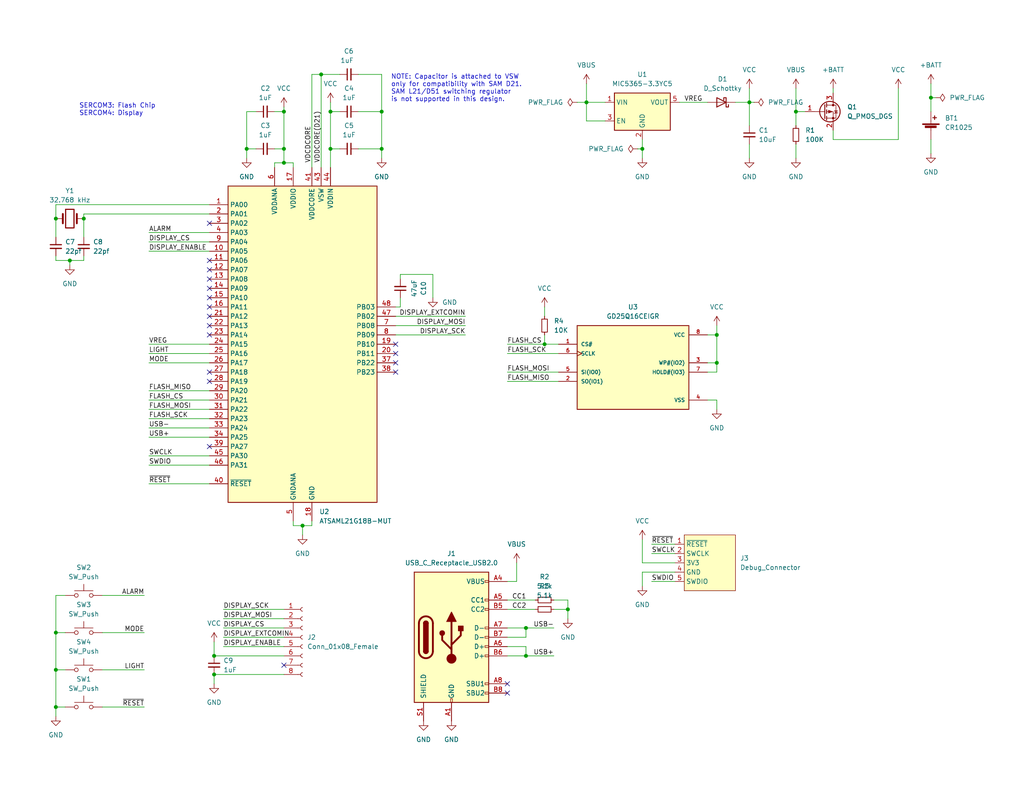
<source format=kicad_sch>
(kicad_sch (version 20211123) (generator eeschema)
  (paper "USLetter")
  (title_block (title "Stick") (date "2022-03-05") (rev "00") (company "Oddly Specific Objects"))
  (lib_symbols
    (symbol "Connector:Conn_01x08_Female" (pin_names (offset 1.016) hide)
      (property "Reference" "J" (at 0 10.16 0))
      (property "Value" "Conn_01x08_Female" (at 0 -12.7 0))
      (symbol "Conn_01x08_Female_1_1"
        (arc (start 0 -9.652) (mid -0.508 -10.16) (end 0 -10.668) (stroke (width 0.1524)))
        (arc (start 0 -7.112) (mid -0.508 -7.62) (end 0 -8.128) (stroke (width 0.1524)))
        (arc (start 0 -4.572) (mid -0.508 -5.08) (end 0 -5.588) (stroke (width 0.1524)))
        (arc (start 0 -2.032) (mid -0.508 -2.54) (end 0 -3.048) (stroke (width 0.1524)))
        (polyline (pts (xy -1.27 -10.16) (xy -0.508 -10.16)) (stroke (width 0.1524)))
        (polyline (pts (xy -1.27 -7.62) (xy -0.508 -7.62)) (stroke (width 0.1524)))
        (polyline (pts (xy -1.27 -5.08) (xy -0.508 -5.08)) (stroke (width 0.1524)))
        (polyline (pts (xy -1.27 -2.54) (xy -0.508 -2.54)) (stroke (width 0.1524)))
        (polyline (pts (xy -1.27 0) (xy -0.508 0)) (stroke (width 0.1524)))
        (polyline (pts (xy -1.27 2.54) (xy -0.508 2.54)) (stroke (width 0.1524)))
        (polyline (pts (xy -1.27 5.08) (xy -0.508 5.08)) (stroke (width 0.1524)))
        (polyline (pts (xy -1.27 7.62) (xy -0.508 7.62)) (stroke (width 0.1524)))
        (arc (start 0 0.508) (mid -0.508 0) (end 0 -0.508) (stroke (width 0.1524)))
        (arc (start 0 3.048) (mid -0.508 2.54) (end 0 2.032) (stroke (width 0.1524)))
        (arc (start 0 5.588) (mid -0.508 5.08) (end 0 4.572) (stroke (width 0.1524)))
        (arc (start 0 8.128) (mid -0.508 7.62) (end 0 7.112) (stroke (width 0.1524)))
        (pin passive line (at -5.08 7.62 0) (length 3.81) (name "Pin_1") (number "1"))
        (pin passive line (at -5.08 5.08 0) (length 3.81) (name "Pin_2") (number "2"))
        (pin passive line (at -5.08 2.54 0) (length 3.81) (name "Pin_3") (number "3"))
        (pin passive line (at -5.08 0 0) (length 3.81) (name "Pin_4") (number "4"))
        (pin passive line (at -5.08 -2.54 0) (length 3.81) (name "Pin_5") (number "5"))
        (pin passive line (at -5.08 -5.08 0) (length 3.81) (name "Pin_6") (number "6"))
        (pin passive line (at -5.08 -7.62 0) (length 3.81) (name "Pin_7") (number "7"))
        (pin passive line (at -5.08 -10.16 0) (length 3.81) (name "Pin_8") (number "8"))
      )
    )
    (symbol "Connector:USB_C_Receptacle_USB2.0" (pin_names (offset 1.016))
      (property "Reference" "J" (at -10.16 19.05 0))
      (property "Value" "USB_C_Receptacle_USB2.0" (at 19.05 19.05 0))
      (symbol "USB_C_Receptacle_USB2.0_0_0"
        (rectangle (start -0.254 -17.78) (end 0.254 -16.764))
        (rectangle (start 10.16 -14.986) (end 9.144 -15.494))
        (rectangle (start 10.16 -12.446) (end 9.144 -12.954))
        (rectangle (start 10.16 -4.826) (end 9.144 -5.334))
        (rectangle (start 10.16 -2.286) (end 9.144 -2.794))
        (rectangle (start 10.16 0.254) (end 9.144 -0.254))
        (rectangle (start 10.16 2.794) (end 9.144 2.286))
        (rectangle (start 10.16 7.874) (end 9.144 7.366))
        (rectangle (start 10.16 10.414) (end 9.144 9.906))
        (rectangle (start 10.16 15.494) (end 9.144 14.986))
      )
      (symbol "USB_C_Receptacle_USB2.0_0_1"
        (rectangle (start -10.16 17.78) (end 10.16 -17.78) (stroke (width 0.254)) (fill (type background)))
        (arc (start -8.89 -3.81) (mid -6.985 -5.715) (end -5.08 -3.81) (stroke (width 0.508)))
        (arc (start -7.62 -3.81) (mid -6.985 -4.445) (end -6.35 -3.81) (stroke (width 0.254)))
        (arc (start -7.62 -3.81) (mid -6.985 -4.445) (end -6.35 -3.81) (stroke (width 0.254)) (fill (type outline)))
        (rectangle (start -7.62 -3.81) (end -6.35 3.81) (stroke (width 0.254)) (fill (type outline)))
        (arc (start -6.35 3.81) (mid -6.985 4.445) (end -7.62 3.81) (stroke (width 0.254)))
        (arc (start -6.35 3.81) (mid -6.985 4.445) (end -7.62 3.81) (stroke (width 0.254)) (fill (type outline)))
        (arc (start -5.08 3.81) (mid -6.985 5.715) (end -8.89 3.81) (stroke (width 0.508)))
        (circle (center -2.54 1.143) (radius 0.635) (stroke (width 0.254)) (fill (type outline)))
        (circle (center 0 -5.842) (radius 1.27) (fill (type outline)))
        (polyline (pts (xy -8.89 -3.81) (xy -8.89 3.81)) (stroke (width 0.508)))
        (polyline (pts (xy -5.08 3.81) (xy -5.08 -3.81)) (stroke (width 0.508)))
        (polyline (pts (xy 0 -5.842) (xy 0 4.318)) (stroke (width 0.508)))
        (polyline (pts (xy 0 -3.302) (xy -2.54 -0.762) (xy -2.54 0.508)) (stroke (width 0.508)))
        (polyline (pts (xy 0 -2.032) (xy 2.54 0.508) (xy 2.54 1.778)) (stroke (width 0.508)))
        (polyline (pts (xy -1.27 4.318) (xy 0 6.858) (xy 1.27 4.318) (xy -1.27 4.318)) (stroke (width 0.254)) (fill (type outline)))
        (rectangle (start 1.905 1.778) (end 3.175 3.048) (stroke (width 0.254)) (fill (type outline)))
      )
      (symbol "USB_C_Receptacle_USB2.0_1_1"
        (pin passive line (at 0 -22.86 90) (length 5.08) (name "GND") (number "A1"))
        (pin passive line (at 0 -22.86 90) (length 5.08) hide (name "GND") (number "A12"))
        (pin passive line (at 15.24 15.24 180) (length 5.08) (name "VBUS") (number "A4"))
        (pin bidirectional line (at 15.24 10.16 180) (length 5.08) (name "CC1") (number "A5"))
        (pin bidirectional line (at 15.24 -2.54 180) (length 5.08) (name "D+") (number "A6"))
        (pin bidirectional line (at 15.24 2.54 180) (length 5.08) (name "D-") (number "A7"))
        (pin bidirectional line (at 15.24 -12.7 180) (length 5.08) (name "SBU1") (number "A8"))
        (pin passive line (at 15.24 15.24 180) (length 5.08) hide (name "VBUS") (number "A9"))
        (pin passive line (at 0 -22.86 90) (length 5.08) hide (name "GND") (number "B1"))
        (pin passive line (at 0 -22.86 90) (length 5.08) hide (name "GND") (number "B12"))
        (pin passive line (at 15.24 15.24 180) (length 5.08) hide (name "VBUS") (number "B4"))
        (pin bidirectional line (at 15.24 7.62 180) (length 5.08) (name "CC2") (number "B5"))
        (pin bidirectional line (at 15.24 -5.08 180) (length 5.08) (name "D+") (number "B6"))
        (pin bidirectional line (at 15.24 0 180) (length 5.08) (name "D-") (number "B7"))
        (pin bidirectional line (at 15.24 -15.24 180) (length 5.08) (name "SBU2") (number "B8"))
        (pin passive line (at 15.24 15.24 180) (length 5.08) hide (name "VBUS") (number "B9"))
        (pin passive line (at -7.62 -22.86 90) (length 5.08) (name "SHIELD") (number "S1"))
      )
    )
    (symbol "Device:Battery_Cell" (pin_numbers hide) (pin_names (offset 0) hide)
      (property "Reference" "BT" (at 2.54 2.54 0))
      (property "Value" "Battery_Cell" (at 2.54 0 0))
      (symbol "Battery_Cell_0_1"
        (rectangle (start -2.286 1.778) (end 2.286 1.524) (fill (type outline)))
        (rectangle (start -1.5748 1.1938) (end 1.4732 0.6858) (fill (type outline)))
        (polyline (pts (xy 0 0.762) (xy 0 0)))
        (polyline (pts (xy 0 1.778) (xy 0 2.54)))
        (polyline (pts (xy 0.508 3.429) (xy 1.524 3.429)) (stroke (width 0.254)))
        (polyline (pts (xy 1.016 3.937) (xy 1.016 2.921)) (stroke (width 0.254)))
      )
      (symbol "Battery_Cell_1_1"
        (pin passive line (at 0 5.08 270) (length 2.54) (name "+") (number "1"))
        (pin passive line (at 0 -2.54 90) (length 2.54) (name "-") (number "2"))
      )
    )
    (symbol "Device:C_Small" (pin_numbers hide) (pin_names (offset 0.254) hide)
      (property "Reference" "C" (at 0.254 1.778 0))
      (property "Value" "C_Small" (at 0.254 -2.032 0))
      (symbol "C_Small_0_1"
        (polyline (pts (xy -1.524 -0.508) (xy 1.524 -0.508)) (stroke (width 0.3302)))
        (polyline (pts (xy -1.524 0.508) (xy 1.524 0.508)) (stroke (width 0.3048)))
      )
      (symbol "C_Small_1_1"
        (pin passive line (at 0 2.54 270) (length 2.032) (name "~") (number "1"))
        (pin passive line (at 0 -2.54 90) (length 2.032) (name "~") (number "2"))
      )
    )
    (symbol "Device:Crystal" (pin_numbers hide) (pin_names (offset 1.016) hide)
      (property "Reference" "Y" (at 0 3.81 0))
      (property "Value" "Crystal" (at 0 -3.81 0))
      (symbol "Crystal_0_1"
        (rectangle (start -1.143 2.54) (end 1.143 -2.54) (stroke (width 0.3048)))
        (polyline (pts (xy -2.54 0) (xy -1.905 0)))
        (polyline (pts (xy -1.905 -1.27) (xy -1.905 1.27)) (stroke (width 0.508)))
        (polyline (pts (xy 1.905 -1.27) (xy 1.905 1.27)) (stroke (width 0.508)))
        (polyline (pts (xy 2.54 0) (xy 1.905 0)))
      )
      (symbol "Crystal_1_1"
        (pin passive line (at -3.81 0 0) (length 1.27) (name "1") (number "1"))
        (pin passive line (at 3.81 0 180) (length 1.27) (name "2") (number "2"))
      )
    )
    (symbol "Device:D_Schottky" (pin_numbers hide) (pin_names (offset 1.016) hide)
      (property "Reference" "D" (at 0 2.54 0))
      (property "Value" "D_Schottky" (at 0 -2.54 0))
      (symbol "D_Schottky_0_1"
        (polyline (pts (xy 1.27 0) (xy -1.27 0)))
        (polyline (pts (xy 1.27 1.27) (xy 1.27 -1.27) (xy -1.27 0) (xy 1.27 1.27)) (stroke (width 0.254)))
        (polyline (pts (xy -1.905 0.635) (xy -1.905 1.27) (xy -1.27 1.27) (xy -1.27 -1.27) (xy -0.635 -1.27) (xy -0.635 -0.635)) (stroke (width 0.254)))
      )
      (symbol "D_Schottky_1_1"
        (pin passive line (at -3.81 0 0) (length 2.54) (name "K") (number "1"))
        (pin passive line (at 3.81 0 180) (length 2.54) (name "A") (number "2"))
      )
    )
    (symbol "Device:Q_PMOS_GSD" (pin_names (offset 0) hide)
      (property "Reference" "Q" (at 5.08 1.27 0))
      (property "Value" "Q_PMOS_GSD" (at 5.08 -1.27 0))
      (symbol "Q_PMOS_GSD_0_1"
        (polyline (pts (xy 0.254 0) (xy -2.54 0)))
        (polyline (pts (xy 0.254 1.905) (xy 0.254 -1.905)) (stroke (width 0.254)))
        (polyline (pts (xy 0.762 -1.27) (xy 0.762 -2.286)) (stroke (width 0.254)))
        (polyline (pts (xy 0.762 0.508) (xy 0.762 -0.508)) (stroke (width 0.254)))
        (polyline (pts (xy 0.762 2.286) (xy 0.762 1.27)) (stroke (width 0.254)))
        (polyline (pts (xy 2.54 2.54) (xy 2.54 1.778)))
        (polyline (pts (xy 2.54 -2.54) (xy 2.54 0) (xy 0.762 0)))
        (polyline (pts (xy 0.762 1.778) (xy 3.302 1.778) (xy 3.302 -1.778) (xy 0.762 -1.778)))
        (polyline (pts (xy 2.286 0) (xy 1.27 0.381) (xy 1.27 -0.381) (xy 2.286 0)) (fill (type outline)))
        (polyline (pts (xy 2.794 -0.508) (xy 2.921 -0.381) (xy 3.683 -0.381) (xy 3.81 -0.254)))
        (polyline (pts (xy 3.302 -0.381) (xy 2.921 0.254) (xy 3.683 0.254) (xy 3.302 -0.381)))
        (circle (center 1.651 0) (radius 2.794) (stroke (width 0.254)))
        (circle (center 2.54 -1.778) (radius 0.254) (fill (type outline)))
        (circle (center 2.54 1.778) (radius 0.254) (fill (type outline)))
      )
      (symbol "Q_PMOS_GSD_1_1"
        (pin input line (at -5.08 0 0) (length 2.54) (name "G") (number "1"))
        (pin passive line (at 2.54 -5.08 90) (length 2.54) (name "S") (number "2"))
        (pin passive line (at 2.54 5.08 270) (length 2.54) (name "D") (number "3"))
      )
    )
    (symbol "Device:R_Small" (pin_numbers hide) (pin_names (offset 0.254) hide)
      (property "Reference" "R" (at 0.762 0.508 0))
      (property "Value" "R_Small" (at 0.762 -1.016 0))
      (symbol "R_Small_0_1"
        (rectangle (start -0.762 1.778) (end 0.762 -1.778) (stroke (width 0.2032)))
      )
      (symbol "R_Small_1_1"
        (pin passive line (at 0 2.54 270) (length 0.762) (name "~") (number "1"))
        (pin passive line (at 0 -2.54 90) (length 0.762) (name "~") (number "2"))
      )
    )
    (symbol "GD25Q16CEIGR:GD25Q16CEIGR" (pin_names (offset 1.016))
      (property "Reference" "U" (at -15.24 11.43 0))
      (property "Value" "GD25Q16CEIGR" (at -15.24 -13.97 0))
      (symbol "GD25Q16CEIGR_0_0"
        (rectangle (start -15.24 -12.7) (end 15.24 10.16) (stroke (width 0.254)) (fill (type background)))
        (pin input line (at -20.32 5.08 0) (length 5.08) (name "CS#") (number "1"))
        (pin bidirectional line (at -20.32 -5.08 0) (length 5.08) (name "SO(IO1)") (number "2"))
        (pin bidirectional line (at 20.32 0 180) (length 5.08) (name "WP#(IO2)") (number "3"))
        (pin power_in line (at 20.32 -10.16 180) (length 5.08) (name "VSS") (number "4"))
        (pin bidirectional line (at -20.32 -2.54 0) (length 5.08) (name "SI(IO0)") (number "5"))
        (pin input clock (at -20.32 2.54 0) (length 5.08) (name "SCLK") (number "6"))
        (pin bidirectional line (at 20.32 -2.54 180) (length 5.08) (name "HOLD#(IO3)") (number "7"))
        (pin power_in line (at 20.32 7.62 180) (length 5.08) (name "VCC") (number "8"))
      )
    )
    (symbol "MCU_Microchip_SAML:ATSAML21G18B-MUT"
      (property "Reference" "U" (at -17.78 45.72 0))
      (property "Value" "ATSAML21G18B-MUT" (at -15.24 -45.72 0))
      (symbol "ATSAML21G18B-MUT_0_1"
        (rectangle (start -20.32 43.18) (end 20.32 -43.18) (stroke (width 0.254)) (fill (type background)))
      )
      (symbol "ATSAML21G18B-MUT_1_1"
        (pin bidirectional line (at -25.4 38.1 0) (length 5.08) (name "PA00") (number "1"))
        (pin bidirectional line (at -25.4 25.4 0) (length 5.08) (name "PA05") (number "10"))
        (pin bidirectional line (at -25.4 22.86 0) (length 5.08) (name "PA06") (number "11"))
        (pin bidirectional line (at -25.4 20.32 0) (length 5.08) (name "PA07") (number "12"))
        (pin bidirectional line (at -25.4 17.78 0) (length 5.08) (name "PA08") (number "13"))
        (pin bidirectional line (at -25.4 15.24 0) (length 5.08) (name "PA09") (number "14"))
        (pin bidirectional line (at -25.4 12.7 0) (length 5.08) (name "PA10") (number "15"))
        (pin bidirectional line (at -25.4 10.16 0) (length 5.08) (name "PA11") (number "16"))
        (pin power_in line (at -2.54 48.26 270) (length 5.08) (name "VDDIO") (number "17"))
        (pin power_in line (at 2.54 -48.26 90) (length 5.08) (name "GND") (number "18"))
        (pin bidirectional line (at 25.4 0 180) (length 5.08) (name "PB10") (number "19"))
        (pin bidirectional line (at -25.4 35.56 0) (length 5.08) (name "PA01") (number "2"))
        (pin bidirectional line (at 25.4 -2.54 180) (length 5.08) (name "PB11") (number "20"))
        (pin bidirectional line (at -25.4 7.62 0) (length 5.08) (name "PA12") (number "21"))
        (pin bidirectional line (at -25.4 5.08 0) (length 5.08) (name "PA13") (number "22"))
        (pin bidirectional line (at -25.4 2.54 0) (length 5.08) (name "PA14") (number "23"))
        (pin bidirectional line (at -25.4 0 0) (length 5.08) (name "PA15") (number "24"))
        (pin bidirectional line (at -25.4 -2.54 0) (length 5.08) (name "PA16") (number "25"))
        (pin bidirectional line (at -25.4 -5.08 0) (length 5.08) (name "PA17") (number "26"))
        (pin bidirectional line (at -25.4 -7.62 0) (length 5.08) (name "PA18") (number "27"))
        (pin bidirectional line (at -25.4 -10.16 0) (length 5.08) (name "PA19") (number "28"))
        (pin bidirectional line (at -25.4 -12.7 0) (length 5.08) (name "PA20") (number "29"))
        (pin bidirectional line (at -25.4 33.02 0) (length 5.08) (name "PA02") (number "3"))
        (pin bidirectional line (at -25.4 -15.24 0) (length 5.08) (name "PA21") (number "30"))
        (pin bidirectional line (at -25.4 -17.78 0) (length 5.08) (name "PA22") (number "31"))
        (pin bidirectional line (at -25.4 -20.32 0) (length 5.08) (name "PA23") (number "32"))
        (pin bidirectional line (at -25.4 -22.86 0) (length 5.08) (name "PA24") (number "33"))
        (pin bidirectional line (at -25.4 -25.4 0) (length 5.08) (name "PA25") (number "34"))
        (pin passive line (at 2.54 -48.26 90) (length 5.08) hide (name "GND") (number "35"))
        (pin passive line (at -2.54 48.26 270) (length 5.08) hide (name "VDDIO") (number "36"))
        (pin bidirectional line (at 25.4 -5.08 180) (length 5.08) (name "PB22") (number "37"))
        (pin bidirectional line (at 25.4 -7.62 180) (length 5.08) (name "PB23") (number "38"))
        (pin bidirectional line (at -25.4 -27.94 0) (length 5.08) (name "PA27") (number "39"))
        (pin bidirectional line (at -25.4 30.48 0) (length 5.08) (name "PA03") (number "4"))
        (pin input line (at -25.4 -38.1 0) (length 5.08) (name "~{RESET}") (number "40"))
        (pin power_in line (at 2.54 48.26 270) (length 5.08) (name "VDDCORE") (number "41"))
        (pin passive line (at 2.54 -48.26 90) (length 5.08) hide (name "GND") (number "42"))
        (pin power_out line (at 5.08 48.26 270) (length 5.08) (name "VSW") (number "43"))
        (pin power_in line (at 7.62 48.26 270) (length 5.08) (name "VDDIN") (number "44"))
        (pin bidirectional line (at -25.4 -30.48 0) (length 5.08) (name "PA30") (number "45"))
        (pin bidirectional line (at -25.4 -33.02 0) (length 5.08) (name "PA31") (number "46"))
        (pin bidirectional line (at 25.4 7.62 180) (length 5.08) (name "PB02") (number "47"))
        (pin bidirectional line (at 25.4 10.16 180) (length 5.08) (name "PB03") (number "48"))
        (pin power_in line (at -2.54 -48.26 90) (length 5.08) (name "GNDANA") (number "5"))
        (pin power_in line (at -7.62 48.26 270) (length 5.08) (name "VDDANA") (number "6"))
        (pin bidirectional line (at 25.4 5.08 180) (length 5.08) (name "PB08") (number "7"))
        (pin bidirectional line (at 25.4 2.54 180) (length 5.08) (name "PB09") (number "8"))
        (pin bidirectional line (at -25.4 27.94 0) (length 5.08) (name "PA04") (number "9"))
      )
    )
    (symbol "Oddly_Specific:Debug_Connector" (in_bom no)
      (property "Reference" "J" (at 0 -10.16 0))
      (property "Value" "Debug_Connector" (at 0 8.89 0))
      (symbol "Debug_Connector_0_1"
        (rectangle (start -7.62 7.62) (end 6.35 -7.62) (fill (type background)))
      )
      (symbol "Debug_Connector_1_1"
        (pin bidirectional line (at -10.16 5.08 0) (length 2.54) (name "~{RESET}") (number "1"))
        (pin bidirectional line (at -10.16 2.54 0) (length 2.54) (name "SWCLK") (number "2"))
        (pin power_in line (at -10.16 0 0) (length 2.54) (name "3V3") (number "3"))
        (pin power_in line (at -10.16 -2.54 0) (length 2.54) (name "GND") (number "4"))
        (pin bidirectional line (at -10.16 -5.08 0) (length 2.54) (name "SWDIO") (number "5"))
      )
    )
    (symbol "Regulator_Linear:MIC5365-3.3YC5"
      (property "Reference" "U" (at -6.35 6.35 0))
      (property "Value" "MIC5365-3.3YC5" (at 0 6.35 0))
      (symbol "MIC5365-3.3YC5_0_1"
        (rectangle (start -7.62 -5.08) (end 7.62 5.08) (stroke (width 0.254)) (fill (type background)))
      )
      (symbol "MIC5365-3.3YC5_1_1"
        (pin power_in line (at -10.16 2.54 0) (length 2.54) (name "VIN") (number "1"))
        (pin power_in line (at 0 -7.62 90) (length 2.54) (name "GND") (number "2"))
        (pin input line (at -10.16 -2.54 0) (length 2.54) (name "EN") (number "3"))
        (pin no_connect line (at 7.62 -2.54 180) (length 2.54) hide (name "NC") (number "4"))
        (pin power_out line (at 10.16 2.54 180) (length 2.54) (name "VOUT") (number "5"))
      )
    )
    (symbol "Switch:SW_Push" (pin_numbers hide) (pin_names (offset 1.016) hide)
      (property "Reference" "SW" (at 1.27 2.54 0))
      (property "Value" "SW_Push" (at 0 -1.524 0))
      (symbol "SW_Push_0_1"
        (circle (center -2.032 0) (radius 0.508))
        (polyline (pts (xy 0 1.27) (xy 0 3.048)))
        (polyline (pts (xy 2.54 1.27) (xy -2.54 1.27)))
        (circle (center 2.032 0) (radius 0.508))
        (pin passive line (at -5.08 0 0) (length 2.54) (name "1") (number "1"))
        (pin passive line (at 5.08 0 180) (length 2.54) (name "2") (number "2"))
      )
    )
    (symbol "power:+BATT" (power) (pin_names (offset 0))
      (property "Value" "+BATT" (at 0 3.556 0))
      (symbol "+BATT_0_1"
        (polyline (pts (xy -0.762 1.27) (xy 0 2.54)))
        (polyline (pts (xy 0 0) (xy 0 2.54)))
        (polyline (pts (xy 0 2.54) (xy 0.762 1.27)))
      )
      (symbol "+BATT_1_1"
        (pin power_in line (at 0 0 90) (length 0) hide (name "+BATT") (number "1"))
      )
    )
    (symbol "power:GND" (power) (pin_names (offset 0))
      (property "Value" "GND" (at 0 -3.81 0))
      (symbol "GND_0_1"
        (polyline (pts (xy 0 0) (xy 0 -1.27) (xy 1.27 -1.27) (xy 0 -2.54) (xy -1.27 -1.27) (xy 0 -1.27)))
      )
      (symbol "GND_1_1"
        (pin power_in line (at 0 0 270) (length 0) hide (name "GND") (number "1"))
      )
    )
    (symbol "power:PWR_FLAG" (power) (pin_numbers hide) (pin_names (offset 0) hide)
      (property "Value" "PWR_FLAG" (at 0 3.81 0))
      (symbol "PWR_FLAG_0_0"
        (pin power_out line (at 0 0 90) (length 0) (name "pwr") (number "1"))
      )
      (symbol "PWR_FLAG_0_1"
        (polyline (pts (xy 0 0) (xy 0 1.27) (xy -1.016 1.905) (xy 0 2.54) (xy 1.016 1.905) (xy 0 1.27)))
      )
    )
    (symbol "power:VBUS" (power) (pin_names (offset 0))
      (property "Value" "VBUS" (at 0 3.81 0))
      (symbol "VBUS_0_1"
        (polyline (pts (xy -0.762 1.27) (xy 0 2.54)))
        (polyline (pts (xy 0 0) (xy 0 2.54)))
        (polyline (pts (xy 0 2.54) (xy 0.762 1.27)))
      )
      (symbol "VBUS_1_1"
        (pin power_in line (at 0 0 90) (length 0) hide (name "VBUS") (number "1"))
      )
    )
    (symbol "power:VCC" (power) (pin_names (offset 0))
      (property "Value" "VCC" (at 0 3.81 0))
      (symbol "VCC_0_1"
        (polyline (pts (xy -0.762 1.27) (xy 0 2.54)))
        (polyline (pts (xy 0 0) (xy 0 2.54)))
        (polyline (pts (xy 0 2.54) (xy 0.762 1.27)))
      )
      (symbol "VCC_1_1"
        (pin power_in line (at 0 0 90) (length 0) hide (name "VCC") (number "1"))
      )
    )
  )
  (junction (at 15.24 193.04))
  (junction (at 148.59 93.98))
  (junction (at 15.24 172.72))
  (junction (at 104.14 30.48))
  (junction (at 154.94 166.37))
  (junction (at 175.26 40.64))
  (junction (at 15.24 59.69))
  (junction (at 217.17 30.48))
  (junction (at 77.47 30.48))
  (junction (at 195.58 91.44))
  (junction (at 77.47 40.64))
  (junction (at 19.05 71.12))
  (junction (at 143.51 179.07))
  (junction (at 254 26.67))
  (junction (at 87.63 20.32))
  (junction (at 58.42 179.07))
  (junction (at 22.86 59.69))
  (junction (at 15.24 182.88))
  (junction (at 195.58 99.06))
  (junction (at 104.14 40.64))
  (junction (at 160.02 27.94))
  (junction (at 90.17 40.64))
  (junction (at 204.47 27.94))
  (junction (at 58.42 184.15))
  (junction (at 90.17 30.48))
  (junction (at 143.51 171.45))
  (junction (at 82.55 143.51))
  (junction (at 67.31 40.64))
  (junction (at 77.47 44.45))
  (no_connect (at 57.15 73.66))
  (no_connect (at 57.15 71.12))
  (no_connect (at 57.15 60.96))
  (no_connect (at 57.15 78.74))
  (no_connect (at 57.15 76.2))
  (no_connect (at 57.15 81.28))
  (no_connect (at 138.43 189.23))
  (no_connect (at 138.43 186.69))
  (no_connect (at 77.47 181.61))
  (no_connect (at 107.95 93.98))
  (no_connect (at 107.95 96.52))
  (no_connect (at 107.95 99.06))
  (no_connect (at 107.95 101.6))
  (no_connect (at 57.15 91.44))
  (no_connect (at 57.15 88.9))
  (no_connect (at 57.15 86.36))
  (no_connect (at 57.15 83.82))
  (no_connect (at 57.15 121.92))
  (no_connect (at 57.15 104.14))
  (no_connect (at 57.15 101.6))
  (wire (pts (xy 67.31 40.64) (xy 69.85 40.64)))
  (wire (pts (xy 157.48 27.94) (xy 160.02 27.94)))
  (wire (pts (xy 200.66 27.94) (xy 204.47 27.94)))
  (wire (pts (xy 154.94 163.83) (xy 154.94 166.37)))
  (wire (pts (xy 40.64 127) (xy 57.15 127)))
  (wire (pts (xy 15.24 71.12) (xy 19.05 71.12)))
  (wire (pts (xy 27.94 172.72) (xy 39.37 172.72)))
  (wire (pts (xy 22.86 59.69) (xy 22.86 64.77)))
  (wire (pts (xy 160.02 27.94) (xy 160.02 33.02)))
  (wire (pts (xy 109.22 76.2) (xy 109.22 74.93)))
  (wire (pts (xy 148.59 93.98) (xy 152.4 93.98)))
  (wire (pts (xy 245.11 24.13) (xy 245.11 38.1)))
  (wire (pts (xy 40.64 109.22) (xy 57.15 109.22)))
  (wire (pts (xy 57.15 58.42) (xy 22.86 58.42)))
  (wire (pts (xy 138.43 163.83) (xy 146.05 163.83)))
  (wire (pts (xy 92.71 20.32) (xy 87.63 20.32)))
  (wire (pts (xy 87.63 20.32) (xy 87.63 45.72)))
  (wire (pts (xy 217.17 43.18) (xy 217.17 39.37)))
  (wire (pts (xy 67.31 30.48) (xy 67.31 40.64)))
  (wire (pts (xy 175.26 43.18) (xy 175.26 40.64)))
  (wire (pts (xy 118.11 74.93) (xy 118.11 81.28)))
  (wire (pts (xy 143.51 176.53) (xy 143.51 179.07)))
  (wire (pts (xy 15.24 182.88) (xy 15.24 193.04)))
  (wire (pts (xy 90.17 30.48) (xy 92.71 30.48)))
  (wire (pts (xy 107.95 86.36) (xy 127 86.36)))
  (wire (pts (xy 40.64 116.84) (xy 57.15 116.84)))
  (wire (pts (xy 227.33 24.13) (xy 227.33 25.4)))
  (wire (pts (xy 148.59 91.44) (xy 148.59 93.98)))
  (wire (pts (xy 138.43 93.98) (xy 148.59 93.98)))
  (wire (pts (xy 127 91.44) (xy 107.95 91.44)))
  (wire (pts (xy 58.42 184.15) (xy 77.47 184.15)))
  (wire (pts (xy 58.42 179.07) (xy 77.47 179.07)))
  (wire (pts (xy 77.47 29.21) (xy 77.47 30.48)))
  (wire (pts (xy 154.94 166.37) (xy 154.94 168.91)))
  (wire (pts (xy 27.94 162.56) (xy 39.37 162.56)))
  (wire (pts (xy 80.01 45.72) (xy 80.01 44.45)))
  (wire (pts (xy 138.43 158.75) (xy 140.97 158.75)))
  (wire (pts (xy 27.94 193.04) (xy 39.37 193.04)))
  (wire (pts (xy 40.64 119.38) (xy 57.15 119.38)))
  (wire (pts (xy 74.93 40.64) (xy 77.47 40.64)))
  (wire (pts (xy 177.8 151.13) (xy 184.15 151.13)))
  (wire (pts (xy 204.47 27.94) (xy 205.74 27.94)))
  (wire (pts (xy 195.58 109.22) (xy 195.58 111.76)))
  (wire (pts (xy 22.86 58.42) (xy 22.86 59.69)))
  (wire (pts (xy 15.24 193.04) (xy 17.78 193.04)))
  (wire (pts (xy 60.96 173.99) (xy 77.47 173.99)))
  (wire (pts (xy 160.02 27.94) (xy 165.1 27.94)))
  (wire (pts (xy 195.58 101.6) (xy 195.58 99.06)))
  (wire (pts (xy 138.43 173.99) (xy 143.51 173.99)))
  (wire (pts (xy 175.26 153.67) (xy 175.26 147.32)))
  (wire (pts (xy 40.64 132.08) (xy 57.15 132.08)))
  (wire (pts (xy 60.96 166.37) (xy 77.47 166.37)))
  (wire (pts (xy 97.79 40.64) (xy 104.14 40.64)))
  (wire (pts (xy 40.64 111.76) (xy 57.15 111.76)))
  (wire (pts (xy 107.95 88.9) (xy 127 88.9)))
  (wire (pts (xy 184.15 156.21) (xy 175.26 156.21)))
  (wire (pts (xy 87.63 20.32) (xy 85.09 20.32)))
  (wire (pts (xy 204.47 27.94) (xy 204.47 24.13)))
  (wire (pts (xy 217.17 30.48) (xy 219.71 30.48)))
  (wire (pts (xy 97.79 30.48) (xy 104.14 30.48)))
  (wire (pts (xy 138.43 101.6) (xy 152.4 101.6)))
  (wire (pts (xy 40.64 68.58) (xy 57.15 68.58)))
  (wire (pts (xy 60.96 171.45) (xy 77.47 171.45)))
  (wire (pts (xy 151.13 166.37) (xy 154.94 166.37)))
  (wire (pts (xy 109.22 83.82) (xy 109.22 81.28)))
  (wire (pts (xy 143.51 179.07) (xy 151.13 179.07)))
  (wire (pts (xy 195.58 99.06) (xy 195.58 91.44)))
  (wire (pts (xy 77.47 44.45) (xy 74.93 44.45)))
  (wire (pts (xy 138.43 96.52) (xy 152.4 96.52)))
  (wire (pts (xy 138.43 171.45) (xy 143.51 171.45)))
  (wire (pts (xy 177.8 148.59) (xy 184.15 148.59)))
  (wire (pts (xy 17.78 182.88) (xy 15.24 182.88)))
  (wire (pts (xy 204.47 27.94) (xy 204.47 34.29)))
  (wire (pts (xy 90.17 30.48) (xy 90.17 40.64)))
  (wire (pts (xy 40.64 106.68) (xy 57.15 106.68)))
  (wire (pts (xy 22.86 69.85) (xy 22.86 71.12)))
  (wire (pts (xy 58.42 184.15) (xy 58.42 186.69)))
  (wire (pts (xy 82.55 143.51) (xy 80.01 143.51)))
  (wire (pts (xy 104.14 30.48) (xy 104.14 40.64)))
  (wire (pts (xy 15.24 195.58) (xy 15.24 193.04)))
  (wire (pts (xy 22.86 71.12) (xy 19.05 71.12)))
  (wire (pts (xy 77.47 40.64) (xy 77.47 44.45)))
  (wire (pts (xy 85.09 143.51) (xy 82.55 143.51)))
  (wire (pts (xy 193.04 99.06) (xy 195.58 99.06)))
  (wire (pts (xy 193.04 109.22) (xy 195.58 109.22)))
  (wire (pts (xy 74.93 30.48) (xy 77.47 30.48)))
  (wire (pts (xy 27.94 182.88) (xy 39.37 182.88)))
  (wire (pts (xy 254 26.67) (xy 255.27 26.67)))
  (wire (pts (xy 17.78 162.56) (xy 15.24 162.56)))
  (wire (pts (xy 245.11 38.1) (xy 227.33 38.1)))
  (wire (pts (xy 90.17 27.94) (xy 90.17 30.48)))
  (wire (pts (xy 184.15 153.67) (xy 175.26 153.67)))
  (wire (pts (xy 173.99 40.64) (xy 175.26 40.64)))
  (wire (pts (xy 82.55 143.51) (xy 82.55 146.05)))
  (wire (pts (xy 227.33 35.56) (xy 227.33 38.1)))
  (wire (pts (xy 40.64 99.06) (xy 57.15 99.06)))
  (wire (pts (xy 57.15 63.5) (xy 40.64 63.5)))
  (wire (pts (xy 85.09 20.32) (xy 85.09 45.72)))
  (wire (pts (xy 195.58 91.44) (xy 195.58 88.9)))
  (wire (pts (xy 254 41.91) (xy 254 38.1)))
  (wire (pts (xy 143.51 173.99) (xy 143.51 171.45)))
  (wire (pts (xy 57.15 66.04) (xy 40.64 66.04)))
  (wire (pts (xy 109.22 74.93) (xy 118.11 74.93)))
  (wire (pts (xy 40.64 124.46) (xy 57.15 124.46)))
  (wire (pts (xy 74.93 44.45) (xy 74.93 45.72)))
  (wire (pts (xy 17.78 172.72) (xy 15.24 172.72)))
  (wire (pts (xy 90.17 40.64) (xy 90.17 45.72)))
  (wire (pts (xy 104.14 40.64) (xy 104.14 43.18)))
  (wire (pts (xy 57.15 55.88) (xy 15.24 55.88)))
  (wire (pts (xy 177.8 158.75) (xy 184.15 158.75)))
  (wire (pts (xy 175.26 40.64) (xy 175.26 38.1)))
  (wire (pts (xy 138.43 166.37) (xy 146.05 166.37)))
  (wire (pts (xy 143.51 171.45) (xy 151.13 171.45)))
  (wire (pts (xy 107.95 83.82) (xy 109.22 83.82)))
  (wire (pts (xy 138.43 179.07) (xy 143.51 179.07)))
  (wire (pts (xy 58.42 179.07) (xy 58.42 175.26)))
  (wire (pts (xy 160.02 22.86) (xy 160.02 27.94)))
  (wire (pts (xy 254 22.86) (xy 254 26.67)))
  (wire (pts (xy 60.96 168.91) (xy 77.47 168.91)))
  (wire (pts (xy 104.14 20.32) (xy 104.14 30.48)))
  (wire (pts (xy 60.96 176.53) (xy 77.47 176.53)))
  (wire (pts (xy 15.24 69.85) (xy 15.24 71.12)))
  (wire (pts (xy 80.01 44.45) (xy 77.47 44.45)))
  (wire (pts (xy 77.47 30.48) (xy 77.47 40.64)))
  (wire (pts (xy 97.79 20.32) (xy 104.14 20.32)))
  (wire (pts (xy 90.17 40.64) (xy 92.71 40.64)))
  (wire (pts (xy 138.43 176.53) (xy 143.51 176.53)))
  (wire (pts (xy 40.64 93.98) (xy 57.15 93.98)))
  (wire (pts (xy 80.01 143.51) (xy 80.01 142.24)))
  (wire (pts (xy 254 26.67) (xy 254 30.48)))
  (wire (pts (xy 193.04 27.94) (xy 185.42 27.94)))
  (wire (pts (xy 175.26 156.21) (xy 175.26 160.02)))
  (wire (pts (xy 15.24 59.69) (xy 15.24 64.77)))
  (wire (pts (xy 69.85 30.48) (xy 67.31 30.48)))
  (wire (pts (xy 140.97 158.75) (xy 140.97 153.67)))
  (wire (pts (xy 138.43 104.14) (xy 152.4 104.14)))
  (wire (pts (xy 19.05 71.12) (xy 19.05 72.39)))
  (wire (pts (xy 148.59 83.82) (xy 148.59 86.36)))
  (wire (pts (xy 193.04 91.44) (xy 195.58 91.44)))
  (wire (pts (xy 165.1 33.02) (xy 160.02 33.02)))
  (wire (pts (xy 40.64 96.52) (xy 57.15 96.52)))
  (wire (pts (xy 193.04 101.6) (xy 195.58 101.6)))
  (wire (pts (xy 15.24 55.88) (xy 15.24 59.69)))
  (wire (pts (xy 40.64 114.3) (xy 57.15 114.3)))
  (wire (pts (xy 217.17 30.48) (xy 217.17 34.29)))
  (wire (pts (xy 151.13 163.83) (xy 154.94 163.83)))
  (wire (pts (xy 15.24 162.56) (xy 15.24 172.72)))
  (wire (pts (xy 217.17 24.13) (xy 217.17 30.48)))
  (wire (pts (xy 67.31 40.64) (xy 67.31 43.18)))
  (wire (pts (xy 204.47 39.37) (xy 204.47 43.18)))
  (wire (pts (xy 15.24 172.72) (xy 15.24 182.88)))
  (wire (pts (xy 85.09 142.24) (xy 85.09 143.51)))
  (text "SERCOM3: Flash Chip\nSERCOM4: Display" (at 21.59 31.75 0) (effects (font (size 1.27 1.27)) (justify left bottom)))
  (text "NOTE: Capacitor is attached to VSW\nonly for compatibility with SAM D21.\nSAM L21/D51 switching regulator\nis not supported in this design." (at 106.68 27.94 0) (effects (font (size 1.27 1.27)) (justify left bottom)))
  (label "USB-" (at 40.64 116.84 0))
  (label "USB+" (at 151.13 179.07 180))
  (label "DISPLAY_ENABLE" (at 40.64 68.58 0))
  (label "~{RESET}" (at 40.64 132.08 0))
  (label "LIGHT" (at 40.64 96.52 0))
  (label "DISPLAY_SCK" (at 127 91.44 180))
  (label "CC1" (at 139.7 163.83 0))
  (label "MODE" (at 39.37 172.72 180))
  (label "SWCLK" (at 40.64 124.46 0))
  (label "FLASH_MOSI" (at 138.43 101.6 0))
  (label "MODE" (at 40.64 99.06 0))
  (label "DISPLAY_MOSI" (at 60.96 168.91 0))
  (label "VREG" (at 40.64 93.98 0))
  (label "DISPLAY_CS" (at 60.96 171.45 0))
  (label "FLASH_CS" (at 138.43 93.98 0))
  (label "VDCDCORE" (at 85.09 44.45 90))
  (label "FLASH_MISO" (at 138.43 104.14 0))
  (label "LIGHT" (at 39.37 182.88 180))
  (label "VREG" (at 186.69 27.94 0))
  (label "USB-" (at 151.13 171.45 180))
  (label "CC2" (at 139.7 166.37 0))
  (label "DISPLAY_ENABLE" (at 60.96 176.53 0))
  (label "SWCLK" (at 177.8 151.13 0))
  (label "~{RESET}" (at 177.8 148.59 0))
  (label "SWDIO" (at 40.64 127 0))
  (label "DISPLAY_EXTCOMIN" (at 60.96 173.99 0))
  (label "DISPLAY_EXTCOMIN" (at 127 86.36 180))
  (label "FLASH_CS" (at 40.64 109.22 0))
  (label "USB+" (at 40.64 119.38 0))
  (label "SWDIO" (at 177.8 158.75 0))
  (label "DISPLAY_SCK" (at 60.96 166.37 0))
  (label "FLASH_SCK" (at 40.64 114.3 0))
  (label "~{RESET}" (at 39.37 193.04 180))
  (label "ALARM" (at 40.64 63.5 0))
  (label "DISPLAY_MOSI" (at 127 88.9 180))
  (label "FLASH_SCK" (at 138.43 96.52 0))
  (label "VDDCORE(D21)" (at 87.63 44.45 90))
  (label "DISPLAY_CS" (at 40.64 66.04 0))
  (label "ALARM" (at 39.37 162.56 180))
  (label "FLASH_MISO" (at 40.64 106.68 0))
  (label "FLASH_MOSI" (at 40.64 111.76 0))
  (symbol (lib_id "Regulator_Linear:MIC5365-3.3YC5") (at 175.26 30.48 0) (unit 1)
    (property "Reference" "U1" (at 175.26 20.32 0))
    (property "Value" "MIC5365-3.3YC5" (at 175.26 22.86 0))
    (property "Footprint" "Package_TO_SOT_SMD:SOT-353_SC-70-5" (effects hide))
    (property "Datasheet" "http://ww1.microchip.com/downloads/en/DeviceDoc/mic5365.pdf" (effects hide))
  )
  (symbol (lib_id "Device:R_Small") (at 148.59 166.37 90) (unit 1)
    (property "Reference" "R3" (at 148.59 160.02 90))
    (property "Value" "5.1k" (at 148.59 162.56 90))
    (property "Footprint" "Resistor_SMD:R_0603_1608Metric" (effects hide))
  )
  (symbol (lib_id "Device:D_Schottky") (at 196.85 27.94 180) (unit 1)
    (property "Reference" "D1" (at 197.1675 21.59 0))
    (property "Value" "D_Schottky" (at 197.1675 24.13 0))
    (property "Footprint" "Diode_SMD:D_SOD-323" (effects hide))
  )
  (symbol (lib_id "Device:Crystal") (at 19.05 59.69 0) (unit 1)
    (property "Reference" "Y1" (at 19.05 52.07 0))
    (property "Value" "32.768 kHz" (at 19.05 54.61 0))
    (property "Footprint" "Crystal:Crystal_SMD_3215-2Pin_3.2x1.5mm" (effects hide))
  )
  (symbol (lib_id "power:GND") (at 254 41.91 0) (unit 1)
    (property "Reference" "#PWR0129" (effects hide))
    (property "Value" "GND" (at 254 46.99 0))
  )
  (symbol (lib_id "power:GND") (at 15.24 195.58 0) (unit 1)
    (property "Reference" "#PWR0101" (effects hide))
    (property "Value" "GND" (at 15.24 200.66 0))
  )
  (symbol (lib_id "power:PWR_FLAG") (at 173.99 40.64 90) (unit 1)
    (property "Reference" "#FLG0102" (effects hide))
    (property "Value" "PWR_FLAG" (at 170.18 40.6399 90) (effects (justify left)))
  )
  (symbol (lib_id "power:GND") (at 104.14 43.18 0) (unit 1)
    (property "Reference" "#PWR0109" (effects hide))
    (property "Value" "GND" (at 104.14 48.26 0))
  )
  (symbol (lib_id "power:GND") (at 123.19 196.85 0) (unit 1)
    (property "Reference" "#PWR0112" (effects hide))
    (property "Value" "GND" (at 123.19 201.93 0))
  )
  (symbol (lib_id "power:GND") (at 204.47 43.18 0) (unit 1)
    (property "Reference" "#PWR0123" (effects hide))
    (property "Value" "GND" (at 204.47 48.26 0))
  )
  (symbol (lib_id "power:PWR_FLAG") (at 205.74 27.94 270) (unit 1)
    (property "Reference" "#FLG0103" (effects hide))
    (property "Value" "PWR_FLAG" (at 209.55 27.9399 90) (effects (justify left)))
  )
  (symbol (lib_id "power:PWR_FLAG") (at 157.48 27.94 90) (unit 1)
    (property "Reference" "#FLG0101" (effects hide))
    (property "Value" "PWR_FLAG" (at 153.67 27.9399 90) (effects (justify left)))
  )
  (symbol (lib_id "Device:C_Small") (at 72.39 30.48 90) (unit 1)
    (property "Reference" "C2" (at 72.3963 24.13 90))
    (property "Value" "1uF" (at 72.3963 26.67 90))
    (property "Footprint" "Capacitor_SMD:C_0603_1608Metric" (effects hide))
  )
  (symbol (lib_id "power:VCC") (at 245.11 24.13 0) (unit 1)
    (property "Reference" "#PWR0127" (effects hide))
    (property "Value" "VCC" (at 245.11 19.05 0))
  )
  (symbol (lib_id "Connector:Conn_01x08_Female") (at 82.55 173.99 0) (unit 1)
    (property "Reference" "J2" (at 83.82 173.9899 0) (effects (justify left)))
    (property "Value" "Conn_01x08_Female" (at 83.82 176.5299 0) (effects (justify left)))
    (property "Footprint" "Connector_FFC-FPC:TE_0-1734839-8_1x08-1MP_P0.5mm_Horizontal" (effects hide))
  )
  (symbol (lib_id "power:VCC") (at 204.47 24.13 0) (unit 1)
    (property "Reference" "#PWR0122" (effects hide))
    (property "Value" "VCC" (at 204.47 19.05 0))
  )
  (symbol (lib_id "power:VBUS") (at 140.97 153.67 0) (unit 1)
    (property "Reference" "#PWR0113" (effects hide))
    (property "Value" "VBUS" (at 140.97 148.59 0))
  )
  (symbol (lib_id "power:GND") (at 195.58 111.76 0) (unit 1)
    (property "Reference" "#PWR0121" (effects hide))
    (property "Value" "GND" (at 195.58 116.84 0))
  )
  (symbol (lib_id "GD25Q16CEIGR:GD25Q16CEIGR") (at 172.72 99.06 0) (unit 1)
    (property "Reference" "U3" (at 172.72 83.82 0))
    (property "Value" "GD25Q16CEIGR" (at 172.72 86.36 0))
    (property "Footprint" "SPI_Flash:PSON50P200X300X50-9N" (effects hide))
    (property "MANUFACTURER" "GigaDevice" (effects hide))
    (property "PARTREV" "3.0" (effects hide))
    (property "STANDARD" "IPC 7351B" (effects hide))
    (property "MAXIMUM_PACKAGE_HEIGHT" "0.5 mm" (effects hide))
  )
  (symbol (lib_id "power:GND") (at 154.94 168.91 0) (unit 1)
    (property "Reference" "#PWR0115" (effects hide))
    (property "Value" "GND" (at 154.94 173.99 0))
  )
  (symbol (lib_id "Switch:SW_Push") (at 22.86 162.56 0) (unit 1)
    (property "Reference" "SW2" (at 22.86 154.94 0))
    (property "Value" "SW_Push" (at 22.86 157.48 0))
    (property "Footprint" "Button_Switch_SMD:SW_Push_1P1T_NO_CK_KMR2" (effects hide))
  )
  (symbol (lib_id "Device:C_Small") (at 204.47 36.83 0) (unit 1)
    (property "Reference" "C1" (at 207.01 35.5662 0) (effects (justify left)))
    (property "Value" "10uF" (at 207.01 38.1062 0) (effects (justify left)))
    (property "Footprint" "Capacitor_SMD:C_0603_1608Metric" (effects hide))
  )
  (symbol (lib_id "Device:C_Small") (at 58.42 181.61 0) (unit 1)
    (property "Reference" "C9" (at 60.96 180.3462 0) (effects (justify left)))
    (property "Value" "1uF" (at 60.96 182.8862 0) (effects (justify left)))
    (property "Footprint" "Capacitor_SMD:C_0603_1608Metric" (effects hide))
  )
  (symbol (lib_id "Device:Q_PMOS_GSD") (at 224.79 30.48 0) (unit 1)
    (property "Reference" "Q1" (at 231.14 29.2099 0) (effects (justify left)))
    (property "Value" "Q_PMOS_DGS" (at 231.14 31.7499 0) (effects (justify left)))
    (property "Footprint" "Package_TO_SOT_SMD:SOT-323_SC-70" (effects hide))
  )
  (symbol (lib_id "power:VCC") (at 148.59 83.82 0) (unit 1)
    (property "Reference" "#PWR0114" (effects hide))
    (property "Value" "VCC" (at 148.59 78.74 0))
  )
  (symbol (lib_id "power:GND") (at 175.26 43.18 0) (unit 1)
    (property "Reference" "#PWR0119" (effects hide))
    (property "Value" "GND" (at 175.26 48.26 0))
  )
  (symbol (lib_id "power:VCC") (at 90.17 27.94 0) (unit 1)
    (property "Reference" "#PWR0108" (effects hide))
    (property "Value" "VCC" (at 90.17 22.86 0))
  )
  (symbol (lib_id "power:GND") (at 118.11 81.28 0) (unit 1)
    (property "Reference" "#PWR0111" (effects hide))
    (property "Value" "GND" (at 120.65 82.5499 0) (effects (justify left)))
  )
  (symbol (lib_id "Device:C_Small") (at 95.25 30.48 270) (unit 1)
    (property "Reference" "C4" (at 95.2436 24.13 90))
    (property "Value" "1uF" (at 95.2436 26.67 90))
    (property "Footprint" "Capacitor_SMD:C_0603_1608Metric" (effects hide))
  )
  (symbol (lib_id "Device:C_Small") (at 95.25 20.32 90) (unit 1)
    (property "Reference" "C6" (at 96.52 13.97 90) (effects (justify left)))
    (property "Value" "1uF" (at 96.52 16.51 90) (effects (justify left)))
    (property "Footprint" "Capacitor_SMD:C_0603_1608Metric" (effects hide))
  )
  (symbol (lib_id "power:GND") (at 19.05 72.39 0) (unit 1)
    (property "Reference" "#PWR0102" (effects hide))
    (property "Value" "GND" (at 19.05 77.47 0))
  )
  (symbol (lib_id "power:VBUS") (at 160.02 22.86 0) (unit 1)
    (property "Reference" "#PWR0116" (effects hide))
    (property "Value" "VBUS" (at 160.02 17.78 0))
  )
  (symbol (lib_id "Oddly_Specific:Debug_Connector") (at 194.31 153.67 0) (unit 1) (in_bom no)
    (property "Reference" "J3" (at 201.93 152.3999 0) (effects (justify left)))
    (property "Value" "Debug_Connector" (at 201.93 154.9399 0) (effects (justify left)))
    (property "Footprint" "Oddly_Specific_Artwork:Debug_Connector_Straight" (effects hide))
  )
  (symbol (lib_id "power:PWR_FLAG") (at 255.27 26.67 270) (unit 1)
    (property "Reference" "#FLG0104" (effects hide))
    (property "Value" "PWR_FLAG" (at 259.08 26.6699 90) (effects (justify left)))
  )
  (symbol (lib_id "Device:R_Small") (at 148.59 163.83 90) (unit 1)
    (property "Reference" "R2" (at 148.59 157.48 90))
    (property "Value" "5.1k" (at 148.59 160.02 90))
    (property "Footprint" "Resistor_SMD:R_0603_1608Metric" (effects hide))
  )
  (symbol (lib_id "power:VCC") (at 77.47 29.21 0) (unit 1)
    (property "Reference" "#PWR0106" (effects hide))
    (property "Value" "VCC" (at 77.47 24.13 0))
  )
  (symbol (lib_id "power:VCC") (at 175.26 147.32 0) (unit 1)
    (property "Reference" "#PWR0117" (effects hide))
    (property "Value" "VCC" (at 175.26 142.24 0))
  )
  (symbol (lib_id "Switch:SW_Push") (at 22.86 193.04 0) (unit 1)
    (property "Reference" "SW1" (at 22.86 185.42 0))
    (property "Value" "SW_Push" (at 22.86 187.96 0))
    (property "Footprint" "Button_Switch_SMD:Panasonic_EVQPUJ_EVQPUA" (effects hide))
  )
  (symbol (lib_id "Switch:SW_Push") (at 22.86 172.72 0) (unit 1)
    (property "Reference" "SW3" (at 22.86 165.1 0))
    (property "Value" "SW_Push" (at 22.86 167.64 0))
    (property "Footprint" "Button_Switch_SMD:SW_Push_1P1T_NO_CK_KMR2" (effects hide))
  )
  (symbol (lib_id "Device:Battery_Cell") (at 254 35.56 0) (unit 1)
    (property "Reference" "BT1" (at 257.81 32.2579 0) (effects (justify left)))
    (property "Value" "CR1025" (at 257.81 34.7979 0) (effects (justify left)))
    (property "Footprint" "Coin_Cell:KEYSTONE_3030_3050" (effects hide))
  )
  (symbol (lib_id "power:GND") (at 58.42 186.69 0) (unit 1)
    (property "Reference" "#PWR0104" (effects hide))
    (property "Value" "GND" (at 58.42 191.77 0))
  )
  (symbol (lib_id "Device:C_Small") (at 109.22 78.74 180) (unit 1)
    (property "Reference" "C10" (at 115.57 78.7336 90))
    (property "Value" "47uF" (at 113.03 78.7336 90))
    (property "Footprint" "Capacitor_SMD:C_0603_1608Metric" (effects hide))
  )
  (symbol (lib_id "power:VBUS") (at 217.17 24.13 0) (unit 1)
    (property "Reference" "#PWR0124" (effects hide))
    (property "Value" "VBUS" (at 217.17 19.05 0))
  )
  (symbol (lib_id "power:+BATT") (at 227.33 24.13 0) (unit 1)
    (property "Reference" "#PWR0126" (effects hide))
    (property "Value" "+BATT" (at 227.33 19.05 0))
  )
  (symbol (lib_id "Device:C_Small") (at 22.86 67.31 0) (unit 1)
    (property "Reference" "C8" (at 25.4 66.0462 0) (effects (justify left)))
    (property "Value" "22pf" (at 25.4 68.5862 0) (effects (justify left)))
    (property "Footprint" "Capacitor_SMD:C_0603_1608Metric" (effects hide))
  )
  (symbol (lib_id "power:GND") (at 82.55 146.05 0) (unit 1)
    (property "Reference" "#PWR0107" (effects hide))
    (property "Value" "GND" (at 82.55 151.13 0))
  )
  (symbol (lib_id "Device:R_Small") (at 148.59 88.9 180) (unit 1)
    (property "Reference" "R4" (at 151.13 87.6299 0) (effects (justify right)))
    (property "Value" "10K" (at 151.13 90.1699 0) (effects (justify right)))
    (property "Footprint" "Resistor_SMD:R_0603_1608Metric" (effects hide))
  )
  (symbol (lib_id "Device:C_Small") (at 15.24 67.31 0) (unit 1)
    (property "Reference" "C7" (at 17.78 66.0462 0) (effects (justify left)))
    (property "Value" "22pf" (at 17.78 68.5862 0) (effects (justify left)))
    (property "Footprint" "Capacitor_SMD:C_0603_1608Metric" (effects hide))
  )
  (symbol (lib_id "Switch:SW_Push") (at 22.86 182.88 0) (unit 1)
    (property "Reference" "SW4" (at 22.86 175.26 0))
    (property "Value" "SW_Push" (at 22.86 177.8 0))
    (property "Footprint" "Button_Switch_SMD:SW_Push_1P1T_NO_CK_KMR2" (effects hide))
  )
  (symbol (lib_id "power:GND") (at 115.57 196.85 0) (unit 1)
    (property "Reference" "#PWR0110" (effects hide))
    (property "Value" "GND" (at 115.57 201.93 0))
  )
  (symbol (lib_id "Device:C_Small") (at 72.39 40.64 90) (unit 1)
    (property "Reference" "C3" (at 72.3963 34.29 90))
    (property "Value" "1uF" (at 72.3963 36.83 90))
    (property "Footprint" "Capacitor_SMD:C_0603_1608Metric" (effects hide))
  )
  (symbol (lib_id "power:+BATT") (at 254 22.86 0) (unit 1)
    (property "Reference" "#PWR0128" (effects hide))
    (property "Value" "+BATT" (at 254 17.78 0))
  )
  (symbol (lib_id "power:VCC") (at 58.42 175.26 0) (unit 1)
    (property "Reference" "#PWR0103" (effects hide))
    (property "Value" "VCC" (at 58.42 170.18 0))
  )
  (symbol (lib_id "power:GND") (at 175.26 160.02 0) (unit 1)
    (property "Reference" "#PWR0118" (effects hide))
    (property "Value" "GND" (at 175.26 165.1 0))
  )
  (symbol (lib_id "power:VCC") (at 195.58 88.9 0) (unit 1)
    (property "Reference" "#PWR0120" (effects hide))
    (property "Value" "VCC" (at 195.58 83.82 0))
  )
  (symbol (lib_id "Device:R_Small") (at 217.17 36.83 180) (unit 1)
    (property "Reference" "R1" (at 219.71 35.5599 0) (effects (justify right)))
    (property "Value" "100K" (at 219.71 38.0999 0) (effects (justify right)))
    (property "Footprint" "Resistor_SMD:R_0603_1608Metric" (effects hide))
  )
  (symbol (lib_id "power:GND") (at 67.31 43.18 0) (unit 1)
    (property "Reference" "#PWR0105" (effects hide))
    (property "Value" "GND" (at 67.31 48.26 0))
  )
  (symbol (lib_id "power:GND") (at 217.17 43.18 0) (unit 1)
    (property "Reference" "#PWR0125" (effects hide))
    (property "Value" "GND" (at 217.17 48.26 0))
  )
  (symbol (lib_id "MCU_Microchip_SAML:ATSAML21G18B-MUT") (at 82.55 93.98 0) (unit 1)
    (property "Reference" "U2" (at 87.1094 139.7 0) (effects (justify left)))
    (property "Value" "ATSAML21G18B-MUT" (at 87.1094 142.24 0) (effects (justify left)))
    (property "Footprint" "Package_DFN_QFN:QFN-48-1EP_7x7mm_P0.5mm_EP5.15x5.15mm" (effects hide))
    (property "Datasheet" "http://ww1.microchip.com/downloads/en/DeviceDoc/60001477A.pdf" (effects hide))
  )
  (symbol (lib_id "Connector:USB_C_Receptacle_USB2.0") (at 123.19 173.99 0) (unit 1)
    (property "Reference" "J1" (at 123.19 151.13 0))
    (property "Value" "USB_C_Receptacle_USB2.0" (at 123.19 153.67 0))
    (property "Footprint" "Connector_USB:USB_C_Receptacle_HRO_TYPE-C-31-M-12" (effects hide))
    (property "Datasheet" "https://www.usb.org/sites/default/files/documents/usb_type-c.zip" (effects hide))
  )
  (symbol (lib_id "Device:C_Small") (at 95.25 40.64 270) (unit 1)
    (property "Reference" "C5" (at 95.2436 34.29 90))
    (property "Value" "1uF" (at 95.2436 36.83 90))
    (property "Footprint" "Capacitor_SMD:C_0603_1608Metric" (effects hide))
  )
)
</source>
